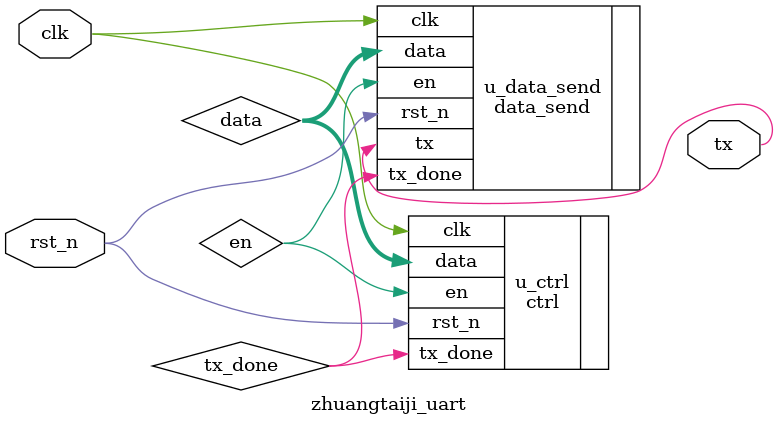
<source format=v>
`timescale 1ns / 1ps
module zhuangtaiji_uart(
    input clk,
    input rst_n,
    output reg tx
    );

    wire en;
    wire [7:0] data;
    wire tx_done;
    
    data_send u_data_send(
       .clk(clk),
       .rst_n(rst_n),
       .en(en),
       .data(data),
       .tx(tx),
       .tx_done(tx_done)
    );

    ctrl u_ctrl(
    .clk(clk),
    .rst_n(rst_n),

    .en(en),
    .data(data),
    .tx_done(tx_done)
    );


endmodule

</source>
